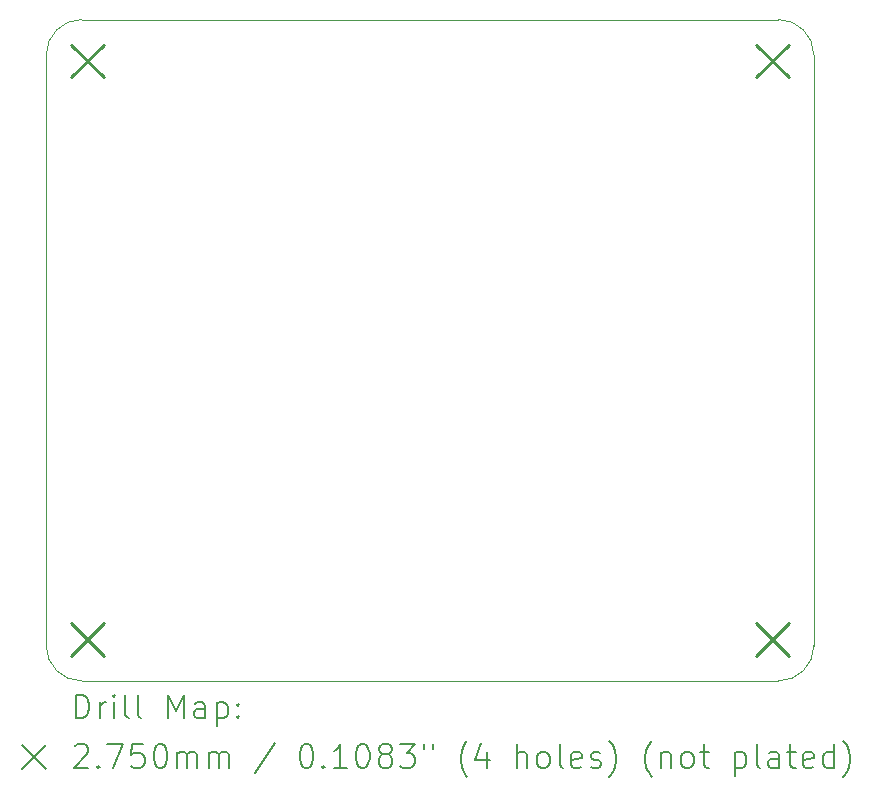
<source format=gbr>
%FSLAX45Y45*%
G04 Gerber Fmt 4.5, Leading zero omitted, Abs format (unit mm)*
G04 Created by KiCad (PCBNEW 6.0.0) date 2022-01-12 19:37:39*
%MOMM*%
%LPD*%
G01*
G04 APERTURE LIST*
%TA.AperFunction,Profile*%
%ADD10C,0.100000*%
%TD*%
%ADD11C,0.200000*%
%ADD12C,0.275000*%
G04 APERTURE END LIST*
D10*
X14354636Y-11381761D02*
X14354636Y-6381761D01*
X7854636Y-6381761D02*
X7854636Y-11381761D01*
X14054636Y-11681761D02*
G75*
G03*
X14354635Y-11382285I0J300000D01*
G01*
X14054636Y-6081761D02*
X8154636Y-6081761D01*
X8154636Y-11681761D02*
X14054636Y-11681761D01*
X14354636Y-6381761D02*
G75*
G03*
X14054636Y-6081761I-300000J0D01*
G01*
X8154636Y-6081761D02*
G75*
G03*
X7854636Y-6381761I0J-300000D01*
G01*
X7854636Y-11381761D02*
G75*
G03*
X8154636Y-11681761I300000J0D01*
G01*
D11*
D12*
X8066500Y-6293500D02*
X8341500Y-6568500D01*
X8341500Y-6293500D02*
X8066500Y-6568500D01*
X8066500Y-11194500D02*
X8341500Y-11469500D01*
X8341500Y-11194500D02*
X8066500Y-11469500D01*
X13865500Y-11193500D02*
X14140500Y-11468500D01*
X14140500Y-11193500D02*
X13865500Y-11468500D01*
X13866500Y-6295500D02*
X14141500Y-6570500D01*
X14141500Y-6295500D02*
X13866500Y-6570500D01*
D11*
X8107255Y-11997237D02*
X8107255Y-11797237D01*
X8154874Y-11797237D01*
X8183445Y-11806761D01*
X8202493Y-11825809D01*
X8212016Y-11844856D01*
X8221540Y-11882951D01*
X8221540Y-11911523D01*
X8212016Y-11949618D01*
X8202493Y-11968666D01*
X8183445Y-11987713D01*
X8154874Y-11997237D01*
X8107255Y-11997237D01*
X8307255Y-11997237D02*
X8307255Y-11863904D01*
X8307255Y-11901999D02*
X8316778Y-11882951D01*
X8326302Y-11873428D01*
X8345350Y-11863904D01*
X8364397Y-11863904D01*
X8431064Y-11997237D02*
X8431064Y-11863904D01*
X8431064Y-11797237D02*
X8421540Y-11806761D01*
X8431064Y-11816285D01*
X8440588Y-11806761D01*
X8431064Y-11797237D01*
X8431064Y-11816285D01*
X8554874Y-11997237D02*
X8535826Y-11987713D01*
X8526302Y-11968666D01*
X8526302Y-11797237D01*
X8659636Y-11997237D02*
X8640588Y-11987713D01*
X8631064Y-11968666D01*
X8631064Y-11797237D01*
X8888207Y-11997237D02*
X8888207Y-11797237D01*
X8954874Y-11940094D01*
X9021540Y-11797237D01*
X9021540Y-11997237D01*
X9202493Y-11997237D02*
X9202493Y-11892475D01*
X9192969Y-11873428D01*
X9173921Y-11863904D01*
X9135826Y-11863904D01*
X9116778Y-11873428D01*
X9202493Y-11987713D02*
X9183445Y-11997237D01*
X9135826Y-11997237D01*
X9116778Y-11987713D01*
X9107255Y-11968666D01*
X9107255Y-11949618D01*
X9116778Y-11930571D01*
X9135826Y-11921047D01*
X9183445Y-11921047D01*
X9202493Y-11911523D01*
X9297731Y-11863904D02*
X9297731Y-12063904D01*
X9297731Y-11873428D02*
X9316778Y-11863904D01*
X9354874Y-11863904D01*
X9373921Y-11873428D01*
X9383445Y-11882951D01*
X9392969Y-11901999D01*
X9392969Y-11959142D01*
X9383445Y-11978190D01*
X9373921Y-11987713D01*
X9354874Y-11997237D01*
X9316778Y-11997237D01*
X9297731Y-11987713D01*
X9478683Y-11978190D02*
X9488207Y-11987713D01*
X9478683Y-11997237D01*
X9469159Y-11987713D01*
X9478683Y-11978190D01*
X9478683Y-11997237D01*
X9478683Y-11873428D02*
X9488207Y-11882951D01*
X9478683Y-11892475D01*
X9469159Y-11882951D01*
X9478683Y-11873428D01*
X9478683Y-11892475D01*
X7649636Y-12226761D02*
X7849636Y-12426761D01*
X7849636Y-12226761D02*
X7649636Y-12426761D01*
X8097731Y-12236285D02*
X8107255Y-12226761D01*
X8126302Y-12217237D01*
X8173921Y-12217237D01*
X8192969Y-12226761D01*
X8202493Y-12236285D01*
X8212016Y-12255332D01*
X8212016Y-12274380D01*
X8202493Y-12302951D01*
X8088207Y-12417237D01*
X8212016Y-12417237D01*
X8297731Y-12398190D02*
X8307255Y-12407713D01*
X8297731Y-12417237D01*
X8288207Y-12407713D01*
X8297731Y-12398190D01*
X8297731Y-12417237D01*
X8373921Y-12217237D02*
X8507255Y-12217237D01*
X8421540Y-12417237D01*
X8678683Y-12217237D02*
X8583445Y-12217237D01*
X8573921Y-12312475D01*
X8583445Y-12302951D01*
X8602493Y-12293428D01*
X8650112Y-12293428D01*
X8669159Y-12302951D01*
X8678683Y-12312475D01*
X8688207Y-12331523D01*
X8688207Y-12379142D01*
X8678683Y-12398190D01*
X8669159Y-12407713D01*
X8650112Y-12417237D01*
X8602493Y-12417237D01*
X8583445Y-12407713D01*
X8573921Y-12398190D01*
X8812017Y-12217237D02*
X8831064Y-12217237D01*
X8850112Y-12226761D01*
X8859636Y-12236285D01*
X8869159Y-12255332D01*
X8878683Y-12293428D01*
X8878683Y-12341047D01*
X8869159Y-12379142D01*
X8859636Y-12398190D01*
X8850112Y-12407713D01*
X8831064Y-12417237D01*
X8812017Y-12417237D01*
X8792969Y-12407713D01*
X8783445Y-12398190D01*
X8773921Y-12379142D01*
X8764398Y-12341047D01*
X8764398Y-12293428D01*
X8773921Y-12255332D01*
X8783445Y-12236285D01*
X8792969Y-12226761D01*
X8812017Y-12217237D01*
X8964398Y-12417237D02*
X8964398Y-12283904D01*
X8964398Y-12302951D02*
X8973921Y-12293428D01*
X8992969Y-12283904D01*
X9021540Y-12283904D01*
X9040588Y-12293428D01*
X9050112Y-12312475D01*
X9050112Y-12417237D01*
X9050112Y-12312475D02*
X9059636Y-12293428D01*
X9078683Y-12283904D01*
X9107255Y-12283904D01*
X9126302Y-12293428D01*
X9135826Y-12312475D01*
X9135826Y-12417237D01*
X9231064Y-12417237D02*
X9231064Y-12283904D01*
X9231064Y-12302951D02*
X9240588Y-12293428D01*
X9259636Y-12283904D01*
X9288207Y-12283904D01*
X9307255Y-12293428D01*
X9316778Y-12312475D01*
X9316778Y-12417237D01*
X9316778Y-12312475D02*
X9326302Y-12293428D01*
X9345350Y-12283904D01*
X9373921Y-12283904D01*
X9392969Y-12293428D01*
X9402493Y-12312475D01*
X9402493Y-12417237D01*
X9792969Y-12207713D02*
X9621540Y-12464856D01*
X10050112Y-12217237D02*
X10069159Y-12217237D01*
X10088207Y-12226761D01*
X10097731Y-12236285D01*
X10107255Y-12255332D01*
X10116778Y-12293428D01*
X10116778Y-12341047D01*
X10107255Y-12379142D01*
X10097731Y-12398190D01*
X10088207Y-12407713D01*
X10069159Y-12417237D01*
X10050112Y-12417237D01*
X10031064Y-12407713D01*
X10021540Y-12398190D01*
X10012017Y-12379142D01*
X10002493Y-12341047D01*
X10002493Y-12293428D01*
X10012017Y-12255332D01*
X10021540Y-12236285D01*
X10031064Y-12226761D01*
X10050112Y-12217237D01*
X10202493Y-12398190D02*
X10212017Y-12407713D01*
X10202493Y-12417237D01*
X10192969Y-12407713D01*
X10202493Y-12398190D01*
X10202493Y-12417237D01*
X10402493Y-12417237D02*
X10288207Y-12417237D01*
X10345350Y-12417237D02*
X10345350Y-12217237D01*
X10326302Y-12245809D01*
X10307255Y-12264856D01*
X10288207Y-12274380D01*
X10526302Y-12217237D02*
X10545350Y-12217237D01*
X10564398Y-12226761D01*
X10573921Y-12236285D01*
X10583445Y-12255332D01*
X10592969Y-12293428D01*
X10592969Y-12341047D01*
X10583445Y-12379142D01*
X10573921Y-12398190D01*
X10564398Y-12407713D01*
X10545350Y-12417237D01*
X10526302Y-12417237D01*
X10507255Y-12407713D01*
X10497731Y-12398190D01*
X10488207Y-12379142D01*
X10478683Y-12341047D01*
X10478683Y-12293428D01*
X10488207Y-12255332D01*
X10497731Y-12236285D01*
X10507255Y-12226761D01*
X10526302Y-12217237D01*
X10707255Y-12302951D02*
X10688207Y-12293428D01*
X10678683Y-12283904D01*
X10669159Y-12264856D01*
X10669159Y-12255332D01*
X10678683Y-12236285D01*
X10688207Y-12226761D01*
X10707255Y-12217237D01*
X10745350Y-12217237D01*
X10764398Y-12226761D01*
X10773921Y-12236285D01*
X10783445Y-12255332D01*
X10783445Y-12264856D01*
X10773921Y-12283904D01*
X10764398Y-12293428D01*
X10745350Y-12302951D01*
X10707255Y-12302951D01*
X10688207Y-12312475D01*
X10678683Y-12321999D01*
X10669159Y-12341047D01*
X10669159Y-12379142D01*
X10678683Y-12398190D01*
X10688207Y-12407713D01*
X10707255Y-12417237D01*
X10745350Y-12417237D01*
X10764398Y-12407713D01*
X10773921Y-12398190D01*
X10783445Y-12379142D01*
X10783445Y-12341047D01*
X10773921Y-12321999D01*
X10764398Y-12312475D01*
X10745350Y-12302951D01*
X10850112Y-12217237D02*
X10973921Y-12217237D01*
X10907255Y-12293428D01*
X10935826Y-12293428D01*
X10954874Y-12302951D01*
X10964398Y-12312475D01*
X10973921Y-12331523D01*
X10973921Y-12379142D01*
X10964398Y-12398190D01*
X10954874Y-12407713D01*
X10935826Y-12417237D01*
X10878683Y-12417237D01*
X10859636Y-12407713D01*
X10850112Y-12398190D01*
X11050112Y-12217237D02*
X11050112Y-12255332D01*
X11126302Y-12217237D02*
X11126302Y-12255332D01*
X11421540Y-12493428D02*
X11412016Y-12483904D01*
X11392969Y-12455332D01*
X11383445Y-12436285D01*
X11373921Y-12407713D01*
X11364397Y-12360094D01*
X11364397Y-12321999D01*
X11373921Y-12274380D01*
X11383445Y-12245809D01*
X11392969Y-12226761D01*
X11412016Y-12198190D01*
X11421540Y-12188666D01*
X11583445Y-12283904D02*
X11583445Y-12417237D01*
X11535826Y-12207713D02*
X11488207Y-12350571D01*
X11612016Y-12350571D01*
X11840588Y-12417237D02*
X11840588Y-12217237D01*
X11926302Y-12417237D02*
X11926302Y-12312475D01*
X11916778Y-12293428D01*
X11897731Y-12283904D01*
X11869159Y-12283904D01*
X11850112Y-12293428D01*
X11840588Y-12302951D01*
X12050112Y-12417237D02*
X12031064Y-12407713D01*
X12021540Y-12398190D01*
X12012016Y-12379142D01*
X12012016Y-12321999D01*
X12021540Y-12302951D01*
X12031064Y-12293428D01*
X12050112Y-12283904D01*
X12078683Y-12283904D01*
X12097731Y-12293428D01*
X12107255Y-12302951D01*
X12116778Y-12321999D01*
X12116778Y-12379142D01*
X12107255Y-12398190D01*
X12097731Y-12407713D01*
X12078683Y-12417237D01*
X12050112Y-12417237D01*
X12231064Y-12417237D02*
X12212016Y-12407713D01*
X12202493Y-12388666D01*
X12202493Y-12217237D01*
X12383445Y-12407713D02*
X12364397Y-12417237D01*
X12326302Y-12417237D01*
X12307255Y-12407713D01*
X12297731Y-12388666D01*
X12297731Y-12312475D01*
X12307255Y-12293428D01*
X12326302Y-12283904D01*
X12364397Y-12283904D01*
X12383445Y-12293428D01*
X12392969Y-12312475D01*
X12392969Y-12331523D01*
X12297731Y-12350571D01*
X12469159Y-12407713D02*
X12488207Y-12417237D01*
X12526302Y-12417237D01*
X12545350Y-12407713D01*
X12554874Y-12388666D01*
X12554874Y-12379142D01*
X12545350Y-12360094D01*
X12526302Y-12350571D01*
X12497731Y-12350571D01*
X12478683Y-12341047D01*
X12469159Y-12321999D01*
X12469159Y-12312475D01*
X12478683Y-12293428D01*
X12497731Y-12283904D01*
X12526302Y-12283904D01*
X12545350Y-12293428D01*
X12621540Y-12493428D02*
X12631064Y-12483904D01*
X12650112Y-12455332D01*
X12659635Y-12436285D01*
X12669159Y-12407713D01*
X12678683Y-12360094D01*
X12678683Y-12321999D01*
X12669159Y-12274380D01*
X12659635Y-12245809D01*
X12650112Y-12226761D01*
X12631064Y-12198190D01*
X12621540Y-12188666D01*
X12983445Y-12493428D02*
X12973921Y-12483904D01*
X12954874Y-12455332D01*
X12945350Y-12436285D01*
X12935826Y-12407713D01*
X12926302Y-12360094D01*
X12926302Y-12321999D01*
X12935826Y-12274380D01*
X12945350Y-12245809D01*
X12954874Y-12226761D01*
X12973921Y-12198190D01*
X12983445Y-12188666D01*
X13059635Y-12283904D02*
X13059635Y-12417237D01*
X13059635Y-12302951D02*
X13069159Y-12293428D01*
X13088207Y-12283904D01*
X13116778Y-12283904D01*
X13135826Y-12293428D01*
X13145350Y-12312475D01*
X13145350Y-12417237D01*
X13269159Y-12417237D02*
X13250112Y-12407713D01*
X13240588Y-12398190D01*
X13231064Y-12379142D01*
X13231064Y-12321999D01*
X13240588Y-12302951D01*
X13250112Y-12293428D01*
X13269159Y-12283904D01*
X13297731Y-12283904D01*
X13316778Y-12293428D01*
X13326302Y-12302951D01*
X13335826Y-12321999D01*
X13335826Y-12379142D01*
X13326302Y-12398190D01*
X13316778Y-12407713D01*
X13297731Y-12417237D01*
X13269159Y-12417237D01*
X13392969Y-12283904D02*
X13469159Y-12283904D01*
X13421540Y-12217237D02*
X13421540Y-12388666D01*
X13431064Y-12407713D01*
X13450112Y-12417237D01*
X13469159Y-12417237D01*
X13688207Y-12283904D02*
X13688207Y-12483904D01*
X13688207Y-12293428D02*
X13707255Y-12283904D01*
X13745350Y-12283904D01*
X13764397Y-12293428D01*
X13773921Y-12302951D01*
X13783445Y-12321999D01*
X13783445Y-12379142D01*
X13773921Y-12398190D01*
X13764397Y-12407713D01*
X13745350Y-12417237D01*
X13707255Y-12417237D01*
X13688207Y-12407713D01*
X13897731Y-12417237D02*
X13878683Y-12407713D01*
X13869159Y-12388666D01*
X13869159Y-12217237D01*
X14059635Y-12417237D02*
X14059635Y-12312475D01*
X14050112Y-12293428D01*
X14031064Y-12283904D01*
X13992969Y-12283904D01*
X13973921Y-12293428D01*
X14059635Y-12407713D02*
X14040588Y-12417237D01*
X13992969Y-12417237D01*
X13973921Y-12407713D01*
X13964397Y-12388666D01*
X13964397Y-12369618D01*
X13973921Y-12350571D01*
X13992969Y-12341047D01*
X14040588Y-12341047D01*
X14059635Y-12331523D01*
X14126302Y-12283904D02*
X14202493Y-12283904D01*
X14154874Y-12217237D02*
X14154874Y-12388666D01*
X14164397Y-12407713D01*
X14183445Y-12417237D01*
X14202493Y-12417237D01*
X14345350Y-12407713D02*
X14326302Y-12417237D01*
X14288207Y-12417237D01*
X14269159Y-12407713D01*
X14259635Y-12388666D01*
X14259635Y-12312475D01*
X14269159Y-12293428D01*
X14288207Y-12283904D01*
X14326302Y-12283904D01*
X14345350Y-12293428D01*
X14354874Y-12312475D01*
X14354874Y-12331523D01*
X14259635Y-12350571D01*
X14526302Y-12417237D02*
X14526302Y-12217237D01*
X14526302Y-12407713D02*
X14507255Y-12417237D01*
X14469159Y-12417237D01*
X14450112Y-12407713D01*
X14440588Y-12398190D01*
X14431064Y-12379142D01*
X14431064Y-12321999D01*
X14440588Y-12302951D01*
X14450112Y-12293428D01*
X14469159Y-12283904D01*
X14507255Y-12283904D01*
X14526302Y-12293428D01*
X14602493Y-12493428D02*
X14612016Y-12483904D01*
X14631064Y-12455332D01*
X14640588Y-12436285D01*
X14650112Y-12407713D01*
X14659635Y-12360094D01*
X14659635Y-12321999D01*
X14650112Y-12274380D01*
X14640588Y-12245809D01*
X14631064Y-12226761D01*
X14612016Y-12198190D01*
X14602493Y-12188666D01*
M02*

</source>
